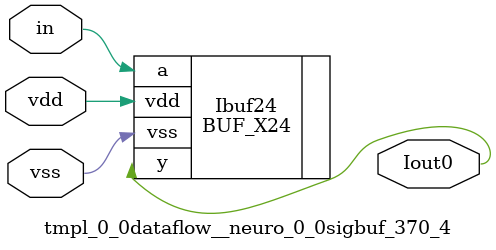
<source format=v>
module tmpl_0_0dataflow__neuro_0_0sigbuf_370_4(in, Iout0 , vdd, vss); 
   input vdd;
   input vss;
   input in;
   

// -- signals ---
   output Iout0 ;
   wire in;

// --- instances
BUF_X24 Ibuf24  (.y(Iout0 ), .a(in), .vdd(vdd), .vss(vss));
endmodule
</source>
